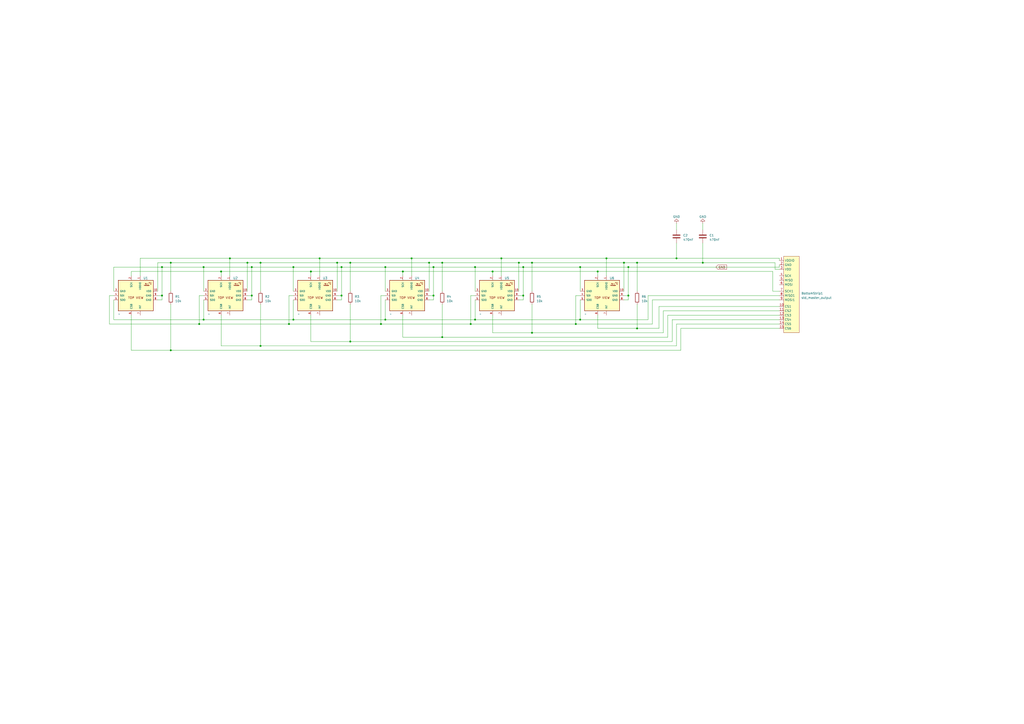
<source format=kicad_sch>
(kicad_sch (version 20230121) (generator eeschema)
  (paper "A2")
  (lib_symbols
    (symbol "BMP581_symbol:BMP581" (pin_names (offset 1.016))
      (property "Reference" "U" (at -10.16 10.414 0))
      (symbol "BMP581_0_0"
        (rectangle (start -10.16 10.16) (end 10.16 -7.62) (stroke (width 0.254)) (fill (type background)))
        (pin power_in line (at 2.54 12.7 270) (length 2.54) (name "VDDIO") (number "1"))
        (pin power_in line (at 12.7 3.81 180) (length 2.54) (name "VDD") (number "10"))
        (pin power_in line (at -12.7 3.81 0) (length 2.54) (name "GND") (number "3"))
        (pin input line (at -2.54 -10.16 90) (length 2.54) (name "CSB") (number "6"))
        (pin output line (at 2.54 -10.16 90) (length 2.54) (name "INT") (number "7"))
        (pin power_in line (at 12.7 -1.27 180) (length 2.54) (name "GND") (number "8"))
        (pin power_in line (at 12.7 1.27 180) (length 2.54) (name "GND") (number "9"))
      )
      (symbol "BMP581_1_0"
        (pin input line (at -2.54 12.7 270) (length 2.54) (name "SCK") (number "2"))
        (pin bidirectional line (at -12.7 1.27 0) (length 2.54) (name "SDI") (number "4"))
        (pin bidirectional line (at -12.7 -1.27 0) (length 2.54) (name "SDO") (number "5"))
      )
      (symbol "BMP581_1_1"
        (polyline (pts (xy 7.62 8.89) (xy 8.89 8.89) (xy 8.89 7.62) (xy 7.62 8.89)))
        (text "Pin 1\nIndicator" (at 6.35 7.62 0) (effects (font (size 0.5 0.5))))
        (text "TOP VIEW" (at 0 0 0) (effects (font (size 1.27 1.27))))
      )
    )
    (symbol "BMP581_symbol:std_master_output"
      (property "Reference" "master_connector_input1" (at -6.35 3.175 0))
      (property "Value" "std_master_output" (at -6.35 0.635 0))
      (symbol "std_master_output_1_1"
        (rectangle (start -5.08 25.4) (end 3.81 -19.05) (fill (type background)))
        (pin output line (at 6.35 22.86 180) (length 2.54) (name "VDDIO") (number "1"))
        (pin output line (at 6.35 -3.81 180) (length 2.54) (name "CS1") (number "10"))
        (pin output line (at 6.35 -6.35 180) (length 2.54) (name "CS2") (number "11"))
        (pin output line (at 6.35 -8.89 180) (length 2.54) (name "CS3") (number "12"))
        (pin output line (at 6.35 -11.43 180) (length 2.54) (name "CS4") (number "13"))
        (pin output line (at 6.35 -13.97 180) (length 2.54) (name "CS5") (number "14"))
        (pin output line (at 6.35 -16.51 180) (length 2.54) (name "CS6") (number "15"))
        (pin output line (at 6.35 20.32 180) (length 2.54) (name "GND") (number "2"))
        (pin input line (at 6.35 17.78 180) (length 2.54) (name "VDD") (number "3"))
        (pin output line (at 6.35 13.97 180) (length 2.54) (name "SCK") (number "4"))
        (pin output line (at 6.35 11.43 180) (length 2.54) (name "MISO") (number "5"))
        (pin output line (at 6.35 8.89 180) (length 2.54) (name "MOSI") (number "6"))
        (pin output line (at 6.35 5.08 180) (length 2.54) (name "SCK1") (number "7"))
        (pin output line (at 6.35 2.54 180) (length 2.54) (name "MISO1") (number "8"))
        (pin output line (at 6.35 0 180) (length 2.54) (name "MOSI1") (number "9"))
      )
    )
    (symbol "Device:C" (pin_numbers hide) (pin_names (offset 0.254))
      (property "Reference" "C" (at 0.635 2.54 0))
      (property "Value" "C" (at 0.635 -2.54 0))
      (symbol "C_0_1"
        (polyline (pts (xy -2.032 -0.762) (xy 2.032 -0.762)) (stroke (width 0.508)))
        (polyline (pts (xy -2.032 0.762) (xy 2.032 0.762)) (stroke (width 0.508)))
      )
      (symbol "C_1_1"
        (pin passive line (at 0 3.81 270) (length 2.794) (name "~") (number "1"))
        (pin passive line (at 0 -3.81 90) (length 2.794) (name "~") (number "2"))
      )
    )
    (symbol "Device:R" (pin_numbers hide) (pin_names (offset 0))
      (property "Reference" "R" (at 2.032 0 90))
      (property "Value" "R" (at 0 0 90))
      (symbol "R_0_1"
        (rectangle (start -1.016 -2.54) (end 1.016 2.54) (stroke (width 0.254)))
      )
      (symbol "R_1_1"
        (pin passive line (at 0 3.81 270) (length 1.27) (name "~") (number "1"))
        (pin passive line (at 0 -3.81 90) (length 1.27) (name "~") (number "2"))
      )
    )
    (symbol "power:GND" (power) (pin_names (offset 0))
      (property "Value" "GND" (at 0 -3.81 0))
      (symbol "GND_0_1"
        (polyline (pts (xy 0 0) (xy 0 -1.27) (xy 1.27 -1.27) (xy 0 -2.54) (xy -1.27 -1.27) (xy 0 -1.27)))
      )
      (symbol "GND_1_1"
        (pin power_in line (at 0 0 270) (length 0) hide (name "GND") (number "1"))
      )
    )
  )
  (junction (at 290.83 149.86))
  (junction (at 251.46 171.45))
  (junction (at 300.99 152.4))
  (junction (at 115.57 187.96))
  (junction (at 170.18 154.94))
  (junction (at 185.42 149.86))
  (junction (at 180.34 157.48))
  (junction (at 334.01 187.96))
  (junction (at 93.98 154.94))
  (junction (at 133.35 149.86))
  (junction (at 308.61 152.4))
  (junction (at 407.67 152.4))
  (junction (at 336.55 154.94))
  (junction (at 303.53 154.94))
  (junction (at 256.54 195.58))
  (junction (at 220.98 187.96))
  (junction (at 364.49 171.45))
  (junction (at 99.06 203.2))
  (junction (at 203.2 198.12))
  (junction (at 369.57 152.4))
  (junction (at 223.52 154.94))
  (junction (at 118.11 154.94))
  (junction (at 369.57 190.5))
  (junction (at 275.59 185.42))
  (junction (at 238.76 149.86))
  (junction (at 364.49 154.94))
  (junction (at 361.95 152.4))
  (junction (at 198.12 171.45))
  (junction (at 118.11 185.42))
  (junction (at 256.54 152.4))
  (junction (at 151.13 200.66))
  (junction (at 351.79 149.86))
  (junction (at 308.61 193.04))
  (junction (at 93.98 171.45))
  (junction (at 336.55 185.42))
  (junction (at 273.05 187.96))
  (junction (at 198.12 154.94))
  (junction (at 346.71 157.48))
  (junction (at 146.05 154.94))
  (junction (at 151.13 152.4))
  (junction (at 167.64 187.96))
  (junction (at 303.53 171.45))
  (junction (at 195.58 152.4))
  (junction (at 251.46 154.94))
  (junction (at 203.2 152.4))
  (junction (at 128.27 157.48))
  (junction (at 248.92 152.4))
  (junction (at 170.18 185.42))
  (junction (at 223.52 185.42))
  (junction (at 146.05 171.45))
  (junction (at 143.51 152.4))
  (junction (at 392.43 149.86))
  (junction (at 233.68 157.48))
  (junction (at 99.06 152.4))
  (junction (at 285.75 157.48))
  (junction (at 275.59 154.94))
  (wire (pts (xy 118.11 154.94) (xy 146.05 154.94)))
  (wire (pts (xy 407.67 152.4) (xy 449.58 152.4)))
  (wire (pts (xy 382.27 190.5) (xy 382.27 177.8)))
  (wire (pts (xy 66.04 185.42) (xy 118.11 185.42)))
  (wire (pts (xy 99.06 176.53) (xy 99.06 203.2)))
  (wire (pts (xy 203.2 152.4) (xy 248.92 152.4)))
  (wire (pts (xy 384.81 180.34) (xy 452.12 180.34)))
  (wire (pts (xy 223.52 168.91) (xy 223.52 154.94)))
  (wire (pts (xy 407.67 152.4) (xy 369.57 152.4)))
  (wire (pts (xy 308.61 152.4) (xy 300.99 152.4)))
  (wire (pts (xy 256.54 152.4) (xy 248.92 152.4)))
  (wire (pts (xy 256.54 152.4) (xy 256.54 168.91)))
  (wire (pts (xy 81.28 160.02) (xy 81.28 149.86)))
  (wire (pts (xy 198.12 173.99) (xy 198.12 171.45)))
  (wire (pts (xy 308.61 152.4) (xy 308.61 168.91)))
  (wire (pts (xy 290.83 149.86) (xy 351.79 149.86)))
  (wire (pts (xy 378.46 173.99) (xy 452.12 173.99)))
  (wire (pts (xy 143.51 168.91) (xy 143.51 152.4)))
  (wire (pts (xy 167.64 171.45) (xy 167.64 187.96)))
  (wire (pts (xy 220.98 171.45) (xy 220.98 187.96)))
  (wire (pts (xy 76.2 203.2) (xy 76.2 182.88)))
  (wire (pts (xy 407.67 129.54) (xy 407.67 133.35)))
  (wire (pts (xy 452.12 154.94) (xy 364.49 154.94)))
  (wire (pts (xy 375.92 185.42) (xy 375.92 171.45)))
  (wire (pts (xy 378.46 187.96) (xy 378.46 173.99)))
  (wire (pts (xy 300.99 152.4) (xy 256.54 152.4)))
  (wire (pts (xy 336.55 173.99) (xy 336.55 185.42)))
  (wire (pts (xy 251.46 173.99) (xy 251.46 171.45)))
  (wire (pts (xy 392.43 187.96) (xy 452.12 187.96)))
  (wire (pts (xy 407.67 140.97) (xy 407.67 152.4)))
  (wire (pts (xy 285.75 182.88) (xy 285.75 193.04)))
  (wire (pts (xy 118.11 168.91) (xy 118.11 154.94)))
  (wire (pts (xy 364.49 154.94) (xy 336.55 154.94)))
  (wire (pts (xy 63.5 187.96) (xy 115.57 187.96)))
  (wire (pts (xy 389.89 185.42) (xy 452.12 185.42)))
  (wire (pts (xy 203.2 152.4) (xy 203.2 168.91)))
  (wire (pts (xy 273.05 187.96) (xy 334.01 187.96)))
  (wire (pts (xy 133.35 149.86) (xy 185.42 149.86)))
  (wire (pts (xy 76.2 157.48) (xy 76.2 160.02)))
  (wire (pts (xy 151.13 152.4) (xy 195.58 152.4)))
  (wire (pts (xy 143.51 173.99) (xy 146.05 173.99)))
  (wire (pts (xy 392.43 140.97) (xy 392.43 149.86)))
  (wire (pts (xy 195.58 168.91) (xy 195.58 152.4)))
  (wire (pts (xy 81.28 149.86) (xy 133.35 149.86)))
  (wire (pts (xy 351.79 160.02) (xy 351.79 149.86)))
  (wire (pts (xy 273.05 171.45) (xy 273.05 187.96)))
  (wire (pts (xy 128.27 182.88) (xy 128.27 200.66)))
  (wire (pts (xy 275.59 154.94) (xy 303.53 154.94)))
  (wire (pts (xy 151.13 176.53) (xy 151.13 200.66)))
  (wire (pts (xy 308.61 193.04) (xy 384.81 193.04)))
  (wire (pts (xy 361.95 152.4) (xy 361.95 168.91)))
  (wire (pts (xy 170.18 171.45) (xy 167.64 171.45)))
  (wire (pts (xy 382.27 177.8) (xy 452.12 177.8)))
  (wire (pts (xy 170.18 154.94) (xy 198.12 154.94)))
  (wire (pts (xy 118.11 173.99) (xy 118.11 185.42)))
  (wire (pts (xy 185.42 160.02) (xy 185.42 149.86)))
  (wire (pts (xy 167.64 187.96) (xy 220.98 187.96)))
  (wire (pts (xy 369.57 152.4) (xy 361.95 152.4)))
  (wire (pts (xy 115.57 171.45) (xy 115.57 187.96)))
  (wire (pts (xy 223.52 173.99) (xy 223.52 185.42)))
  (wire (pts (xy 66.04 168.91) (xy 66.04 154.94)))
  (wire (pts (xy 300.99 171.45) (xy 303.53 171.45)))
  (wire (pts (xy 180.34 157.48) (xy 180.34 160.02)))
  (wire (pts (xy 223.52 154.94) (xy 251.46 154.94)))
  (wire (pts (xy 346.71 190.5) (xy 369.57 190.5)))
  (wire (pts (xy 203.2 176.53) (xy 203.2 198.12)))
  (wire (pts (xy 63.5 171.45) (xy 63.5 187.96)))
  (wire (pts (xy 346.71 157.48) (xy 346.71 160.02)))
  (wire (pts (xy 389.89 198.12) (xy 389.89 185.42)))
  (wire (pts (xy 361.95 152.4) (xy 308.61 152.4)))
  (wire (pts (xy 170.18 185.42) (xy 223.52 185.42)))
  (wire (pts (xy 203.2 198.12) (xy 389.89 198.12)))
  (wire (pts (xy 346.71 182.88) (xy 346.71 190.5)))
  (wire (pts (xy 93.98 171.45) (xy 93.98 154.94)))
  (wire (pts (xy 336.55 171.45) (xy 334.01 171.45)))
  (wire (pts (xy 251.46 171.45) (xy 251.46 154.94)))
  (wire (pts (xy 300.99 173.99) (xy 303.53 173.99)))
  (wire (pts (xy 452.12 168.91) (xy 448.31 168.91)))
  (wire (pts (xy 256.54 195.58) (xy 387.35 195.58)))
  (wire (pts (xy 233.68 195.58) (xy 256.54 195.58)))
  (wire (pts (xy 66.04 154.94) (xy 93.98 154.94)))
  (wire (pts (xy 369.57 190.5) (xy 382.27 190.5)))
  (wire (pts (xy 336.55 185.42) (xy 375.92 185.42)))
  (wire (pts (xy 256.54 176.53) (xy 256.54 195.58)))
  (wire (pts (xy 364.49 154.94) (xy 364.49 171.45)))
  (wire (pts (xy 198.12 171.45) (xy 198.12 154.94)))
  (wire (pts (xy 248.92 173.99) (xy 251.46 173.99)))
  (wire (pts (xy 91.44 152.4) (xy 99.06 152.4)))
  (wire (pts (xy 364.49 171.45) (xy 364.49 173.99)))
  (wire (pts (xy 452.12 149.86) (xy 452.12 151.13)))
  (wire (pts (xy 151.13 200.66) (xy 392.43 200.66)))
  (wire (pts (xy 351.79 149.86) (xy 392.43 149.86)))
  (wire (pts (xy 392.43 200.66) (xy 392.43 187.96)))
  (wire (pts (xy 233.68 157.48) (xy 233.68 160.02)))
  (wire (pts (xy 195.58 171.45) (xy 198.12 171.45)))
  (wire (pts (xy 91.44 168.91) (xy 91.44 152.4)))
  (wire (pts (xy 238.76 160.02) (xy 238.76 149.86)))
  (wire (pts (xy 195.58 173.99) (xy 198.12 173.99)))
  (wire (pts (xy 66.04 173.99) (xy 66.04 185.42)))
  (wire (pts (xy 251.46 154.94) (xy 275.59 154.94)))
  (wire (pts (xy 128.27 157.48) (xy 76.2 157.48)))
  (wire (pts (xy 128.27 200.66) (xy 151.13 200.66)))
  (wire (pts (xy 146.05 154.94) (xy 170.18 154.94)))
  (wire (pts (xy 394.97 190.5) (xy 394.97 203.2)))
  (wire (pts (xy 275.59 185.42) (xy 336.55 185.42)))
  (wire (pts (xy 449.58 152.4) (xy 449.58 156.21)))
  (wire (pts (xy 334.01 187.96) (xy 378.46 187.96)))
  (wire (pts (xy 180.34 157.48) (xy 128.27 157.48)))
  (wire (pts (xy 449.58 156.21) (xy 452.12 156.21)))
  (wire (pts (xy 387.35 182.88) (xy 452.12 182.88)))
  (wire (pts (xy 223.52 171.45) (xy 220.98 171.45)))
  (wire (pts (xy 170.18 173.99) (xy 170.18 185.42)))
  (wire (pts (xy 220.98 187.96) (xy 273.05 187.96)))
  (wire (pts (xy 118.11 185.42) (xy 170.18 185.42)))
  (wire (pts (xy 128.27 157.48) (xy 128.27 160.02)))
  (wire (pts (xy 93.98 154.94) (xy 118.11 154.94)))
  (wire (pts (xy 143.51 171.45) (xy 146.05 171.45)))
  (wire (pts (xy 118.11 171.45) (xy 115.57 171.45)))
  (wire (pts (xy 375.92 171.45) (xy 452.12 171.45)))
  (wire (pts (xy 448.31 157.48) (xy 346.71 157.48)))
  (wire (pts (xy 285.75 157.48) (xy 346.71 157.48)))
  (wire (pts (xy 364.49 173.99) (xy 361.95 173.99)))
  (wire (pts (xy 233.68 182.88) (xy 233.68 195.58)))
  (wire (pts (xy 93.98 173.99) (xy 93.98 171.45)))
  (wire (pts (xy 198.12 154.94) (xy 223.52 154.94)))
  (wire (pts (xy 448.31 168.91) (xy 448.31 157.48)))
  (wire (pts (xy 133.35 160.02) (xy 133.35 149.86)))
  (wire (pts (xy 364.49 171.45) (xy 361.95 171.45)))
  (wire (pts (xy 99.06 203.2) (xy 76.2 203.2)))
  (wire (pts (xy 180.34 198.12) (xy 203.2 198.12)))
  (wire (pts (xy 151.13 152.4) (xy 151.13 168.91)))
  (wire (pts (xy 233.68 157.48) (xy 285.75 157.48)))
  (wire (pts (xy 334.01 171.45) (xy 334.01 187.96)))
  (wire (pts (xy 66.04 171.45) (xy 63.5 171.45)))
  (wire (pts (xy 248.92 171.45) (xy 251.46 171.45)))
  (wire (pts (xy 290.83 149.86) (xy 290.83 160.02)))
  (wire (pts (xy 115.57 187.96) (xy 167.64 187.96)))
  (wire (pts (xy 99.06 152.4) (xy 143.51 152.4)))
  (wire (pts (xy 392.43 149.86) (xy 452.12 149.86)))
  (wire (pts (xy 146.05 173.99) (xy 146.05 171.45)))
  (wire (pts (xy 91.44 173.99) (xy 93.98 173.99)))
  (wire (pts (xy 170.18 168.91) (xy 170.18 154.94)))
  (wire (pts (xy 143.51 152.4) (xy 151.13 152.4)))
  (wire (pts (xy 369.57 176.53) (xy 369.57 190.5)))
  (wire (pts (xy 387.35 195.58) (xy 387.35 182.88)))
  (wire (pts (xy 452.12 153.67) (xy 452.12 154.94)))
  (wire (pts (xy 336.55 154.94) (xy 336.55 168.91)))
  (wire (pts (xy 369.57 152.4) (xy 369.57 168.91)))
  (wire (pts (xy 238.76 149.86) (xy 290.83 149.86)))
  (wire (pts (xy 195.58 152.4) (xy 203.2 152.4)))
  (wire (pts (xy 180.34 182.88) (xy 180.34 198.12)))
  (wire (pts (xy 185.42 149.86) (xy 238.76 149.86)))
  (wire (pts (xy 452.12 190.5) (xy 394.97 190.5)))
  (wire (pts (xy 146.05 171.45) (xy 146.05 154.94)))
  (wire (pts (xy 223.52 185.42) (xy 275.59 185.42)))
  (wire (pts (xy 275.59 171.45) (xy 273.05 171.45)))
  (wire (pts (xy 384.81 193.04) (xy 384.81 180.34)))
  (wire (pts (xy 99.06 152.4) (xy 99.06 168.91)))
  (wire (pts (xy 300.99 152.4) (xy 300.99 168.91)))
  (wire (pts (xy 303.53 154.94) (xy 336.55 154.94)))
  (wire (pts (xy 248.92 152.4) (xy 248.92 168.91)))
  (wire (pts (xy 303.53 173.99) (xy 303.53 171.45)))
  (wire (pts (xy 233.68 157.48) (xy 180.34 157.48)))
  (wire (pts (xy 275.59 173.99) (xy 275.59 185.42)))
  (wire (pts (xy 392.43 129.54) (xy 392.43 133.35)))
  (wire (pts (xy 303.53 171.45) (xy 303.53 154.94)))
  (wire (pts (xy 285.75 193.04) (xy 308.61 193.04)))
  (wire (pts (xy 308.61 176.53) (xy 308.61 193.04)))
  (wire (pts (xy 285.75 157.48) (xy 285.75 160.02)))
  (wire (pts (xy 275.59 168.91) (xy 275.59 154.94)))
  (wire (pts (xy 394.97 203.2) (xy 99.06 203.2)))
  (wire (pts (xy 93.98 171.45) (xy 91.44 171.45)))
  (global_label "GND" (shape input) (at 415.29 154.94 0) (property "Intersheetrefs" "${INTERSHEET_REFS}" (effects hide)))
  (symbol (lib_id "BMP581_symbol:BMP581") (at 236.22 172.72 0) (unit 1)
    (property "Reference" "U4" (at 240.5889 161.29 0) (effects (justify left)))
    (property "Value" "~" (at 226.06 182.88 0) (effects (justify left bottom)))
    (property "Footprint" "BMP581:BMP581_Landing_Pattern" (effects hide))
  )
  (symbol (lib_id "Device:C") (at 392.43 137.16 0) (unit 1)
    (property "Reference" "C2" (at 396.24 136.525 0) (effects (justify left)))
    (property "Value" "470nF" (at 396.24 139.065 0) (effects (justify left)))
    (property "Footprint" "Capacitor_SMD:C_0603_1608Metric" (effects hide))
    (property "Datasheet" "https://4donline.ihs.com/images/VipMasterIC/IC/TAIY/TAIY-S-A0015001507/TAIY-S-A0015023619-1.pdf?hkey=6D3A4C79FDBF58556ACFDE234799DDF0" (effects hide))
  )
  (symbol (lib_id "Device:R") (at 99.06 172.72 0) (unit 1)
    (property "Reference" "R1" (at 101.6 172.085 0) (effects (justify left)))
    (property "Value" "10k" (at 101.6 174.625 0) (effects (justify left)))
    (property "Footprint" "Resistor_SMD:R_0402_1005Metric" (effects hide))
    (property "Datasheet" "https://www.farnell.com/datasheets/3795017.pdf" (effects hide))
  )
  (symbol (lib_id "BMP581_symbol:std_master_output") (at 458.47 173.99 0) (mirror y) (unit 1)
    (property "Reference" "BottomStrip1" (at 464.82 170.18 0) (effects (justify right)))
    (property "Value" "std_master_output" (at 464.82 172.72 0) (effects (justify right)))
    (property "Footprint" "BMP581:Strip_pins_bottom" (effects hide))
  )
  (symbol (lib_id "power:GND") (at 407.67 129.54 180) (unit 1)
    (property "Reference" "#PWR01" (effects hide))
    (property "Value" "GND" (at 407.67 125.73 0))
  )
  (symbol (lib_id "Device:R") (at 369.57 172.72 0) (unit 1)
    (property "Reference" "R6" (at 372.11 172.085 0) (effects (justify left)))
    (property "Value" "10k" (at 372.11 174.625 0) (effects (justify left)))
    (property "Footprint" "Resistor_SMD:R_0402_1005Metric" (effects hide))
    (property "Datasheet" "https://www.farnell.com/datasheets/3795017.pdf" (effects hide))
  )
  (symbol (lib_id "Device:R") (at 308.61 172.72 0) (unit 1)
    (property "Reference" "R5" (at 311.15 172.085 0) (effects (justify left)))
    (property "Value" "10k" (at 311.15 174.625 0) (effects (justify left)))
    (property "Footprint" "Resistor_SMD:R_0402_1005Metric" (effects hide))
    (property "Datasheet" "https://www.farnell.com/datasheets/3795017.pdf" (effects hide))
  )
  (symbol (lib_id "power:GND") (at 392.43 129.54 180) (unit 1)
    (property "Reference" "#PWR02" (effects hide))
    (property "Value" "GND" (at 392.43 125.73 0))
  )
  (symbol (lib_id "BMP581_symbol:BMP581") (at 288.29 172.72 0) (unit 1)
    (property "Reference" "U5" (at 292.6589 161.29 0) (effects (justify left)))
    (property "Value" "~" (at 278.13 182.88 0) (effects (justify left bottom)))
    (property "Footprint" "BMP581:BMP581_Landing_Pattern" (effects hide))
  )
  (symbol (lib_id "Device:C") (at 407.67 137.16 0) (unit 1)
    (property "Reference" "C1" (at 411.48 136.525 0) (effects (justify left)))
    (property "Value" "470nF" (at 411.48 139.065 0) (effects (justify left)))
    (property "Footprint" "Capacitor_SMD:C_0603_1608Metric" (effects hide))
    (property "Datasheet" "https://4donline.ihs.com/images/VipMasterIC/IC/TAIY/TAIY-S-A0015001507/TAIY-S-A0015023619-1.pdf?hkey=6D3A4C79FDBF58556ACFDE234799DDF0" (effects hide))
  )
  (symbol (lib_id "BMP581_symbol:BMP581") (at 130.81 172.72 0) (unit 1)
    (property "Reference" "U2" (at 135.1789 161.29 0) (effects (justify left)))
    (property "Value" "~" (at 120.65 182.88 0) (effects (justify left bottom)))
    (property "Footprint" "BMP581:BMP581_Landing_Pattern" (effects hide))
  )
  (symbol (lib_id "BMP581_symbol:BMP581") (at 182.88 172.72 0) (unit 1)
    (property "Reference" "U3" (at 187.2489 161.29 0) (effects (justify left)))
    (property "Value" "~" (at 172.72 182.88 0) (effects (justify left bottom)))
    (property "Footprint" "BMP581:BMP581_Landing_Pattern" (effects hide))
  )
  (symbol (lib_id "Device:R") (at 203.2 172.72 0) (unit 1)
    (property "Reference" "R3" (at 205.74 172.085 0) (effects (justify left)))
    (property "Value" "10k" (at 205.74 174.625 0) (effects (justify left)))
    (property "Footprint" "Resistor_SMD:R_0402_1005Metric" (effects hide))
    (property "Datasheet" "https://www.farnell.com/datasheets/3795017.pdf" (effects hide))
  )
  (symbol (lib_id "BMP581_symbol:BMP581") (at 78.74 172.72 0) (unit 1)
    (property "Reference" "U1" (at 83.1089 161.29 0) (effects (justify left)))
    (property "Value" "~" (at 68.58 182.88 0) (effects (justify left bottom)))
    (property "Footprint" "BMP581:BMP581_Landing_Pattern" (effects hide))
  )
  (symbol (lib_id "BMP581_symbol:BMP581") (at 349.25 172.72 0) (unit 1)
    (property "Reference" "U6" (at 353.6189 161.29 0) (effects (justify left)))
    (property "Value" "~" (at 339.09 182.88 0) (effects (justify left bottom)))
    (property "Footprint" "BMP581:BMP581_Landing_Pattern" (effects hide))
  )
  (symbol (lib_id "Device:R") (at 151.13 172.72 0) (unit 1)
    (property "Reference" "R2" (at 153.67 172.085 0) (effects (justify left)))
    (property "Value" "10k" (at 153.67 174.625 0) (effects (justify left)))
    (property "Footprint" "Resistor_SMD:R_0402_1005Metric" (effects hide))
    (property "Datasheet" "https://www.farnell.com/datasheets/3795017.pdf" (effects hide))
  )
  (symbol (lib_id "Device:R") (at 256.54 172.72 0) (unit 1)
    (property "Reference" "R4" (at 259.08 172.085 0) (effects (justify left)))
    (property "Value" "10k" (at 259.08 174.625 0) (effects (justify left)))
    (property "Footprint" "Resistor_SMD:R_0402_1005Metric" (effects hide))
    (property "Datasheet" "https://www.farnell.com/datasheets/3795017.pdf" (effects hide))
  )
)
</source>
